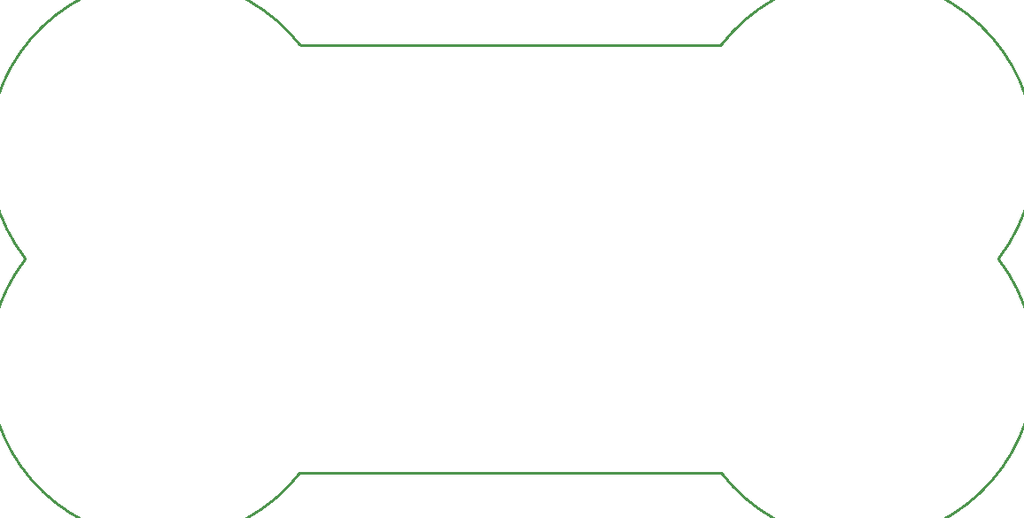
<source format=gbr>
%TF.GenerationSoftware,KiCad,Pcbnew,(6.0.0)*%
%TF.CreationDate,2022-02-26T12:31:53-08:00*%
%TF.ProjectId,Dog_Tracker,446f675f-5472-4616-936b-65722e6b6963,rev?*%
%TF.SameCoordinates,Original*%
%TF.FileFunction,Profile,NP*%
%FSLAX46Y46*%
G04 Gerber Fmt 4.6, Leading zero omitted, Abs format (unit mm)*
G04 Created by KiCad (PCBNEW (6.0.0)) date 2022-02-26 12:31:53*
%MOMM*%
%LPD*%
G01*
G04 APERTURE LIST*
%TA.AperFunction,Profile*%
%ADD10C,0.242000*%
%TD*%
G04 APERTURE END LIST*
D10*
X96050000Y-123185780D02*
X71300000Y-123185780D01*
X96050000Y-123185780D02*
X111532110Y-123185780D01*
X111532110Y-123185780D02*
G75*
G03*
X138032110Y-102750000I13250000J10217890D01*
G01*
X71300000Y-82314220D02*
G75*
G03*
X45056850Y-102750000I-13121575J-10217890D01*
G01*
X138032110Y-102750000D02*
G75*
G03*
X111532110Y-82314220I-13250000J10217890D01*
G01*
X45056850Y-102750000D02*
G75*
G03*
X71300000Y-123185780I13121575J-10217890D01*
G01*
X96050000Y-82314220D02*
X111532110Y-82314220D01*
X96050000Y-82314220D02*
X71300000Y-82314220D01*
M02*

</source>
